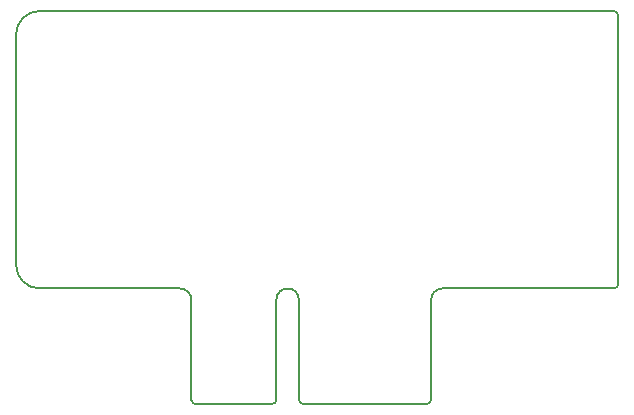
<source format=gbr>
G04 #@! TF.FileFunction,Profile,NP*
%FSLAX46Y46*%
G04 Gerber Fmt 4.6, Leading zero omitted, Abs format (unit mm)*
G04 Created by KiCad (PCBNEW 4.0.6-e0-6349~53~ubuntu14.04.1) date Fri Apr 14 19:04:04 2017*
%MOMM*%
%LPD*%
G01*
G04 APERTURE LIST*
%ADD10C,0.100000*%
%ADD11C,0.150000*%
G04 APERTURE END LIST*
D10*
D11*
X175600000Y-70000000D02*
G75*
G02X176000000Y-70400000I0J-400000D01*
G01*
X176000000Y-93100000D02*
G75*
G02X175600000Y-93500000I-400000J0D01*
G01*
X159750000Y-103300000D02*
G75*
G03X160150000Y-102900000I0J400000D01*
G01*
X149350000Y-103300000D02*
G75*
G02X148950000Y-102900000I0J400000D01*
G01*
X146650000Y-103300000D02*
G75*
G03X147050000Y-102900000I0J400000D01*
G01*
X140250000Y-103300000D02*
G75*
G02X139850000Y-102900000I0J400000D01*
G01*
X176000000Y-70400000D02*
X176000000Y-93100000D01*
X175600000Y-93500000D02*
X161100000Y-93500000D01*
X161100000Y-93500000D02*
G75*
G03X160150000Y-94450000I0J-950000D01*
G01*
X125000000Y-91500000D02*
X125000000Y-72000000D01*
X125000000Y-91500000D02*
G75*
G03X127000000Y-93500000I2000000J0D01*
G01*
X138900000Y-93500000D02*
X127000000Y-93500000D01*
X138900000Y-93500000D02*
G75*
G02X139850000Y-94450000I0J-950000D01*
G01*
X127000000Y-70000000D02*
G75*
G03X125000000Y-72000000I0J-2000000D01*
G01*
X175600000Y-70000000D02*
X127000000Y-70000000D01*
X160150000Y-102900000D02*
X160150000Y-94450000D01*
X149350000Y-103300000D02*
X159750000Y-103300000D01*
X139850000Y-102900000D02*
X139850000Y-94450000D01*
X146650000Y-103300000D02*
X140250000Y-103300000D01*
X148950000Y-94450000D02*
G75*
G03X147050000Y-94450000I-950000J0D01*
G01*
X148950000Y-94450000D02*
X148950000Y-102900000D01*
X147050000Y-94450000D02*
X147050000Y-102900000D01*
M02*

</source>
